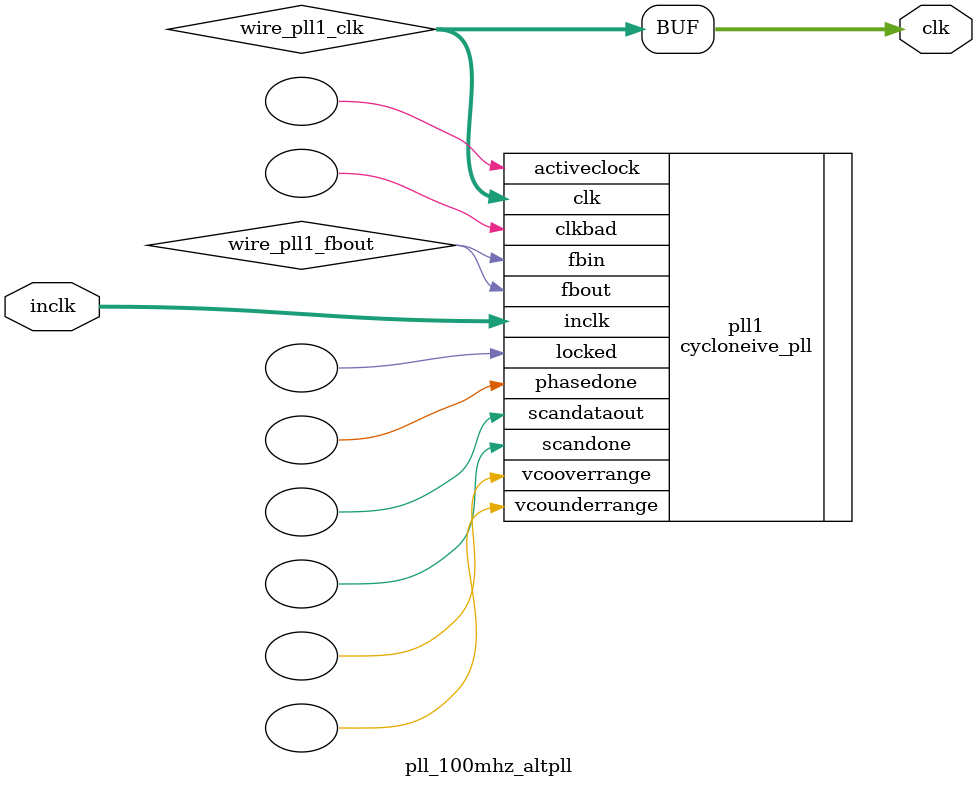
<source format=v>






//synthesis_resources = cycloneive_pll 1 
//synopsys translate_off
`timescale 1 ps / 1 ps
//synopsys translate_on
module  pll_100mhz_altpll
	( 
	clk,
	inclk) /* synthesis synthesis_clearbox=1 */;
	output   [4:0]  clk;
	input   [1:0]  inclk;
`ifndef ALTERA_RESERVED_QIS
// synopsys translate_off
`endif
	tri0   [1:0]  inclk;
`ifndef ALTERA_RESERVED_QIS
// synopsys translate_on
`endif

	wire  [4:0]   wire_pll1_clk;
	wire  wire_pll1_fbout;

	cycloneive_pll   pll1
	( 
	.activeclock(),
	.clk(wire_pll1_clk),
	.clkbad(),
	.fbin(wire_pll1_fbout),
	.fbout(wire_pll1_fbout),
	.inclk(inclk),
	.locked(),
	.phasedone(),
	.scandataout(),
	.scandone(),
	.vcooverrange(),
	.vcounderrange()
	`ifndef FORMAL_VERIFICATION
	// synopsys translate_off
	`endif
	,
	.areset(1'b0),
	.clkswitch(1'b0),
	.configupdate(1'b0),
	.pfdena(1'b1),
	.phasecounterselect({3{1'b0}}),
	.phasestep(1'b0),
	.phaseupdown(1'b0),
	.scanclk(1'b0),
	.scanclkena(1'b1),
	.scandata(1'b0)
	`ifndef FORMAL_VERIFICATION
	// synopsys translate_on
	`endif
	);
	defparam
		pll1.bandwidth_type = "auto",
		pll1.clk0_divide_by = 1,
		pll1.clk0_duty_cycle = 50,
		pll1.clk0_multiply_by = 2,
		pll1.clk0_phase_shift = "0",
		pll1.compensate_clock = "clk0",
		pll1.inclk0_input_frequency = 20000,
		pll1.operation_mode = "normal",
		pll1.pll_type = "auto",
		pll1.lpm_type = "cycloneive_pll";
	assign
		clk = {wire_pll1_clk[4:0]};
endmodule //pll_100mhz_altpll
//VALID FILE

</source>
